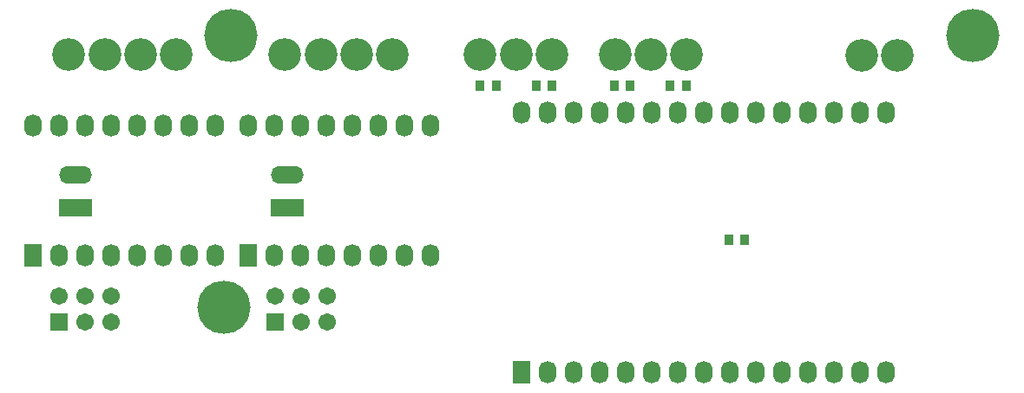
<source format=gts>
G04*
G04 #@! TF.GenerationSoftware,Altium Limited,Altium Designer,21.6.4 (81)*
G04*
G04 Layer_Color=8388736*
%FSLAX25Y25*%
%MOIN*%
G70*
G04*
G04 #@! TF.SameCoordinates,8F06FCA1-7B37-4D9B-8994-51CA7996DF63*
G04*
G04*
G04 #@! TF.FilePolarity,Negative*
G04*
G01*
G75*
%ADD16R,0.03556X0.04343*%
%ADD17O,0.06706X0.08674*%
%ADD18R,0.06706X0.08674*%
%ADD19C,0.12611*%
%ADD20C,0.20485*%
%ADD21C,0.06706*%
%ADD22R,0.06706X0.06706*%
%ADD23O,0.12611X0.06706*%
%ADD24R,0.12611X0.06706*%
D16*
X89610Y98500D02*
D03*
X83390D02*
D03*
X9390Y158000D02*
D03*
X15610D02*
D03*
X-12110D02*
D03*
X-5890D02*
D03*
X45610D02*
D03*
X39390D02*
D03*
X67110D02*
D03*
X60890D02*
D03*
D17*
X3961Y147499D02*
D03*
X13961D02*
D03*
X23961D02*
D03*
X33961D02*
D03*
X43961D02*
D03*
X53961D02*
D03*
X63961D02*
D03*
X73961D02*
D03*
X83961D02*
D03*
X93961D02*
D03*
X103961D02*
D03*
X113961D02*
D03*
X123961D02*
D03*
X133961D02*
D03*
X143961D02*
D03*
Y47499D02*
D03*
X133961D02*
D03*
X123961D02*
D03*
X113961D02*
D03*
X103961D02*
D03*
X93961D02*
D03*
X83961D02*
D03*
X73961D02*
D03*
X63961D02*
D03*
X53961D02*
D03*
X43961D02*
D03*
X33961D02*
D03*
X23961D02*
D03*
X13961D02*
D03*
X-113789Y142500D02*
D03*
X-183789D02*
D03*
X-173789D02*
D03*
X-163789D02*
D03*
X-153789D02*
D03*
X-143789D02*
D03*
X-133789D02*
D03*
X-123789D02*
D03*
X-113789Y92500D02*
D03*
X-123789D02*
D03*
X-133789D02*
D03*
X-143789D02*
D03*
X-153789D02*
D03*
X-163789D02*
D03*
X-173789D02*
D03*
X-31039Y142500D02*
D03*
X-101039D02*
D03*
X-91039D02*
D03*
X-81039D02*
D03*
X-71039D02*
D03*
X-61039D02*
D03*
X-51039D02*
D03*
X-41039D02*
D03*
X-31039Y92500D02*
D03*
X-41039D02*
D03*
X-51039D02*
D03*
X-61039D02*
D03*
X-71039D02*
D03*
X-81039D02*
D03*
X-91039D02*
D03*
D18*
X3961Y47499D02*
D03*
X-183789Y92500D02*
D03*
X-101039D02*
D03*
D19*
X-142500Y170000D02*
D03*
X-170059D02*
D03*
X-156280D02*
D03*
X-128720D02*
D03*
X-87089D02*
D03*
X-45750D02*
D03*
X-59530D02*
D03*
X-73309D02*
D03*
X134500Y169500D02*
D03*
X148280D02*
D03*
X15500Y170000D02*
D03*
X1720D02*
D03*
X-12059D02*
D03*
X67279D02*
D03*
X53500D02*
D03*
X39720D02*
D03*
D20*
X-108000Y177165D02*
D03*
X177165D02*
D03*
X-110500Y72500D02*
D03*
D21*
X-70894Y77000D02*
D03*
Y67000D02*
D03*
X-80894Y77000D02*
D03*
Y67000D02*
D03*
X-90894Y77000D02*
D03*
X-154000D02*
D03*
Y67000D02*
D03*
X-164000Y77000D02*
D03*
Y67000D02*
D03*
X-174000Y77000D02*
D03*
D22*
X-90894Y67000D02*
D03*
X-174000D02*
D03*
D23*
X-86144Y123500D02*
D03*
X-167644D02*
D03*
D24*
X-86144Y110902D02*
D03*
X-167644D02*
D03*
M02*

</source>
